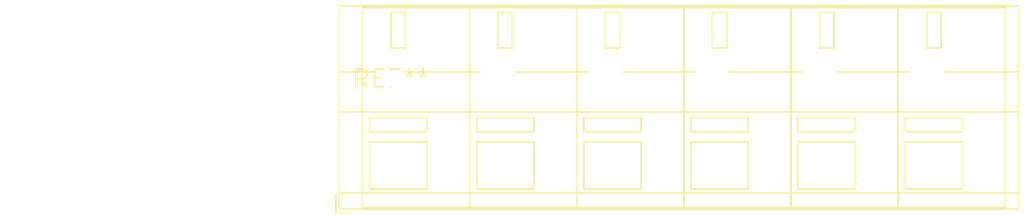
<source format=kicad_pcb>
(kicad_pcb (version 20240108) (generator pcbnew)
  (layers (0 "F.Cu" signal) (31 "B.Cu" signal) (34 "B.Paste" user) (35 "F.Paste" user) (36 "B.SilkS" user "B.Silkscreen") (37 "F.SilkS" user "F.Silkscreen") (38 "B.Mask" user) (39 "F.Mask" user) (44 "Edge.Cuts" user))
  (net 0 "")
  (footprint "TerminalBlock_WAGO_236-206_1x06_P7.50mm_45Degree" (layer "F.Cu") (at 0 0)
    (property "Reference" "REF**")
    (property "Value" "TerminalBlock_WAGO_236-206_1x06_P7.50mm_45Degree")
    (fp_line (start -3.86 8.12) (end -3.86 9.36) (layer "F.SilkS") (stroke (width 0.12)))
    (fp_line (start -3.86 9.36) (end -2.86 9.36) (layer "F.SilkS") (stroke (width 0.12)))
    (fp_line (start -3.62 -5.12) (end -3.62 9.12) (layer "F.SilkS") (stroke (width 0.12)))
    (fp_line (start -3.62 -5.12) (end 43.92 -5.12) (layer "F.SilkS") (stroke (width 0.12)))
    (fp_line (start -3.62 -0.5) (end -1.23 -0.5) (layer "F.SilkS") (stroke (width 0.12)))
    (fp_line (start -3.62 2.3) (end 43.92 2.3) (layer "F.SilkS") (stroke (width 0.12)))
    (fp_line (start -3.62 8) (end 43.92 8) (layer "F.SilkS") (stroke (width 0.12)))
    (fp_line (start -3.62 9.12) (end 43.92 9.12) (layer "F.SilkS") (stroke (width 0.12)))
    (fp_line (start -2 -5) (end -2 9) (layer "F.SilkS") (stroke (width 0.12)))
    (fp_line (start -2 -5) (end 5.5 -5) (layer "F.SilkS") (stroke (width 0.12)))
    (fp_line (start -2 9) (end 5.5 9) (layer "F.SilkS") (stroke (width 0.12)))
    (fp_line (start -1.5 2.7) (end -1.5 3.7) (layer "F.SilkS") (stroke (width 0.12)))
    (fp_line (start -1.5 2.7) (end 2.5 2.7) (layer "F.SilkS") (stroke (width 0.12)))
    (fp_line (start -1.5 3.7) (end 2.5 3.7) (layer "F.SilkS") (stroke (width 0.12)))
    (fp_line (start -1.5 4.4) (end -1.5 7.7) (layer "F.SilkS") (stroke (width 0.12)))
    (fp_line (start -1.5 4.4) (end 2.5 4.4) (layer "F.SilkS") (stroke (width 0.12)))
    (fp_line (start -1.5 7.7) (end 2.5 7.7) (layer "F.SilkS") (stroke (width 0.12)))
    (fp_line (start 0 -4.65) (end 0 -2.151) (layer "F.SilkS") (stroke (width 0.12)))
    (fp_line (start 0 -4.65) (end 1 -4.65) (layer "F.SilkS") (stroke (width 0.12)))
    (fp_line (start 0 -2.151) (end 1 -2.151) (layer "F.SilkS") (stroke (width 0.12)))
    (fp_line (start 1 -4.65) (end 1 -2.151) (layer "F.SilkS") (stroke (width 0.12)))
    (fp_line (start 1.23 -0.5) (end 6.27 -0.5) (layer "F.SilkS") (stroke (width 0.12)))
    (fp_line (start 2.5 2.7) (end 2.5 3.7) (layer "F.SilkS") (stroke (width 0.12)))
    (fp_line (start 2.5 4.4) (end 2.5 7.7) (layer "F.SilkS") (stroke (width 0.12)))
    (fp_line (start 5.5 -5) (end 5.5 9) (layer "F.SilkS") (stroke (width 0.12)))
    (fp_line (start 5.5 -5) (end 5.5 9) (layer "F.SilkS") (stroke (width 0.12)))
    (fp_line (start 5.5 -5) (end 13 -5) (layer "F.SilkS") (stroke (width 0.12)))
    (fp_line (start 5.5 9) (end 13 9) (layer "F.SilkS") (stroke (width 0.12)))
    (fp_line (start 6 2.7) (end 6 3.7) (layer "F.SilkS") (stroke (width 0.12)))
    (fp_line (start 6 2.7) (end 10 2.7) (layer "F.SilkS") (stroke (width 0.12)))
    (fp_line (start 6 3.7) (end 10 3.7) (layer "F.SilkS") (stroke (width 0.12)))
    (fp_line (start 6 4.4) (end 6 7.7) (layer "F.SilkS") (stroke (width 0.12)))
    (fp_line (start 6 4.4) (end 10 4.4) (layer "F.SilkS") (stroke (width 0.12)))
    (fp_line (start 6 7.7) (end 10 7.7) (layer "F.SilkS") (stroke (width 0.12)))
    (fp_line (start 7.5 -4.65) (end 7.5 -2.151) (layer "F.SilkS") (stroke (width 0.12)))
    (fp_line (start 7.5 -4.65) (end 8.5 -4.65) (layer "F.SilkS") (stroke (width 0.12)))
    (fp_line (start 7.5 -2.151) (end 8.5 -2.151) (layer "F.SilkS") (stroke (width 0.12)))
    (fp_line (start 8.5 -4.65) (end 8.5 -2.151) (layer "F.SilkS") (stroke (width 0.12)))
    (fp_line (start 8.73 -0.5) (end 13.77 -0.5) (layer "F.SilkS") (stroke (width 0.12)))
    (fp_line (start 10 2.7) (end 10 3.7) (layer "F.SilkS") (stroke (width 0.12)))
    (fp_line (start 10 4.4) (end 10 7.7) (layer "F.SilkS") (stroke (width 0.12)))
    (fp_line (start 13 -5) (end 13 9) (layer "F.SilkS") (stroke (width 0.12)))
    (fp_line (start 13 -5) (end 13 9) (layer "F.SilkS") (stroke (width 0.12)))
    (fp_line (start 13 -5) (end 20.5 -5) (layer "F.SilkS") (stroke (width 0.12)))
    (fp_line (start 13 9) (end 20.5 9) (layer "F.SilkS") (stroke (width 0.12)))
    (fp_line (start 13.5 2.7) (end 13.5 3.7) (layer "F.SilkS") (stroke (width 0.12)))
    (fp_line (start 13.5 2.7) (end 17.5 2.7) (layer "F.SilkS") (stroke (width 0.12)))
    (fp_line (start 13.5 3.7) (end 17.5 3.7) (layer "F.SilkS") (stroke (width 0.12)))
    (fp_line (start 13.5 4.4) (end 13.5 7.7) (layer "F.SilkS") (stroke (width 0.12)))
    (fp_line (start 13.5 4.4) (end 17.5 4.4) (layer "F.SilkS") (stroke (width 0.12)))
    (fp_line (start 13.5 7.7) (end 17.5 7.7) (layer "F.SilkS") (stroke (width 0.12)))
    (fp_line (start 15 -4.65) (end 15 -2.151) (layer "F.SilkS") (stroke (width 0.12)))
    (fp_line (start 15 -4.65) (end 16 -4.65) (layer "F.SilkS") (stroke (width 0.12)))
    (fp_line (start 15 -2.151) (end 16 -2.151) (layer "F.SilkS") (stroke (width 0.12)))
    (fp_line (start 16 -4.65) (end 16 -2.151) (layer "F.SilkS") (stroke (width 0.12)))
    (fp_line (start 16.23 -0.5) (end 21.27 -0.5) (layer "F.SilkS") (stroke (width 0.12)))
    (fp_line (start 17.5 2.7) (end 17.5 3.7) (layer "F.SilkS") (stroke (width 0.12)))
    (fp_line (start 17.5 4.4) (end 17.5 7.7) (layer "F.SilkS") (stroke (width 0.12)))
    (fp_line (start 20.5 -5) (end 20.5 9) (layer "F.SilkS") (stroke (width 0.12)))
    (fp_line (start 20.5 -5) (end 20.5 9) (layer "F.SilkS") (stroke (width 0.12)))
    (fp_line (start 20.5 -5) (end 28 -5) (layer "F.SilkS") (stroke (width 0.12)))
    (fp_line (start 20.5 9) (end 28 9) (layer "F.SilkS") (stroke (width 0.12)))
    (fp_line (start 21 2.7) (end 21 3.7) (layer "F.SilkS") (stroke (width 0.12)))
    (fp_line (start 21 2.7) (end 25 2.7) (layer "F.SilkS") (stroke (width 0.12)))
    (fp_line (start 21 3.7) (end 25 3.7) (layer "F.SilkS") (stroke (width 0.12)))
    (fp_line (start 21 4.4) (end 21 7.7) (layer "F.SilkS") (stroke (width 0.12)))
    (fp_line (start 21 4.4) (end 25 4.4) (layer "F.SilkS") (stroke (width 0.12)))
    (fp_line (start 21 7.7) (end 25 7.7) (layer "F.SilkS") (stroke (width 0.12)))
    (fp_line (start 22.5 -4.65) (end 22.5 -2.151) (layer "F.SilkS") (stroke (width 0.12)))
    (fp_line (start 22.5 -4.65) (end 23.5 -4.65) (layer "F.SilkS") (stroke (width 0.12)))
    (fp_line (start 22.5 -2.151) (end 23.5 -2.151) (layer "F.SilkS") (stroke (width 0.12)))
    (fp_line (start 23.5 -4.65) (end 23.5 -2.151) (layer "F.SilkS") (stroke (width 0.12)))
    (fp_line (start 23.73 -0.5) (end 28.77 -0.5) (layer "F.SilkS") (stroke (width 0.12)))
    (fp_line (start 25 2.7) (end 25 3.7) (layer "F.SilkS") (stroke (width 0.12)))
    (fp_line (start 25 4.4) (end 25 7.7) (layer "F.SilkS") (stroke (width 0.12)))
    (fp_line (start 28 -5) (end 28 9) (layer "F.SilkS") (stroke (width 0.12)))
    (fp_line (start 28 -5) (end 28 9) (layer "F.SilkS") (stroke (width 0.12)))
    (fp_line (start 28 -5) (end 35.5 -5) (layer "F.SilkS") (stroke (width 0.12)))
    (fp_line (start 28 9) (end 35.5 9) (layer "F.SilkS") (stroke (width 0.12)))
    (fp_line (start 28.5 2.7) (end 28.5 3.7) (layer "F.SilkS") (stroke (width 0.12)))
    (fp_line (start 28.5 2.7) (end 32.5 2.7) (layer "F.SilkS") (stroke (width 0.12)))
    (fp_line (start 28.5 3.7) (end 32.5 3.7) (layer "F.SilkS") (stroke (width 0.12)))
    (fp_line (start 28.5 4.4) (end 28.5 7.7) (layer "F.SilkS") (stroke (width 0.12)))
    (fp_line (start 28.5 4.4) (end 32.5 4.4) (layer "F.SilkS") (stroke (width 0.12)))
    (fp_line (start 28.5 7.7) (end 32.5 7.7) (layer "F.SilkS") (stroke (width 0.12)))
    (fp_line (start 30 -4.65) (end 30 -2.151) (layer "F.SilkS") (stroke (width 0.12)))
    (fp_line (start 30 -4.65) (end 31 -4.65) (layer "F.SilkS") (stroke (width 0.12)))
    (fp_line (start 30 -2.151) (end 31 -2.151) (layer "F.SilkS") (stroke (width 0.12)))
    (fp_line (start 31 -4.65) (end 31 -2.151) (layer "F.SilkS") (stroke (width 0.12)))
    (fp_line (start 31.23 -0.5) (end 36.27 -0.5) (layer "F.SilkS") (stroke (width 0.12)))
    (fp_line (start 32.5 2.7) (end 32.5 3.7) (layer "F.SilkS") (stroke (width 0.12)))
    (fp_line (start 32.5 4.4) (end 32.5 7.7) (layer "F.SilkS") (stroke (width 0.12)))
    (fp_line (start 35.5 -5) (end 35.5 9) (layer "F.SilkS") (stroke (width 0.12)))
    (fp_line (start 35.5 -5) (end 35.5 9) (layer "F.SilkS") (stroke (width 0.12)))
    (fp_line (start 35.5 -5) (end 43 -5) (layer "F.SilkS") (stroke (width 0.12)))
    (fp_line (start 35.5 9) (end 43 9) (layer "F.SilkS") (stroke (width 0.12)))
    (fp_line (start 36 2.7) (end 36 3.7) (layer "F.SilkS") (stroke (width 0.12)))
    (fp_line (start 36 2.7) (end 40 2.7) (layer "F.SilkS") (stroke (width 0.12)))
    (fp_line (start 36 3.7) (end 40 3.7) (layer "F.SilkS") (stroke (width 0.12)))
    (fp_line (start 36 4.4) (end 36 7.7) (layer "F.SilkS") (stroke (width 0.12)))
    (fp_line (start 36 4.4) (end 40 4.4) (layer "F.SilkS") (stroke (width 0.12)))
    (fp_line (start 36 7.7) (end 40 7.7) (layer "F.SilkS") (stroke (width 0.12)))
    (fp_line (start 37.5 -4.65) (end 37.5 -2.151) (layer "F.SilkS") (stroke (width 0.12)))
    (fp_line (start 37.5 -4.65) (end 38.5 -4.65) (layer "F.SilkS") (stroke (width 0.12)))
    (fp_line (start 37.5 -2.151) (end 38.5 -2.151) (layer "F.SilkS") (stroke (width 0.12)))
    (fp_line (start 38.5 -4.65) (end 38.5 -2.151) (layer "F.SilkS") (stroke (width 0.12)))
    (fp_line (start 38.73 -0.5) (end 43.92 -0.5) (layer "F.SilkS") (stroke (width 0.12)))
    (fp_line (start 40 2.7) (end 40 3.7) (layer "F.SilkS") (stroke (width 0.12)))
    (fp_line (start 40 4.4) (end 40 7.7) (layer "F.SilkS") (stroke (width 0.12)))
    (fp_line (start 43 -5) (end 43 9) (layer "F.SilkS") (stroke (width 0.12)))
    (fp_line (start 43.92 -5.12) (end 43.92 9.12) (layer "F.SilkS") (stroke (width 0.12)))
    (pad "1" thru_hole rect (at 0 0) (size 1.5 3) (drill 1.15) (layers *.Cu *.Mask) (remove_unused_layers))
    (pad "2" thru_hole oval (at 7.5 0) (size 1.5 3) (drill 1.15) (layers *.Cu *.Mask) (remove_unused_layers))
    (pad "3" thru_hole oval (at 15 0) (size 1.5 3) (drill 1.15) (layers *.Cu *.Mask) (remove_unused_layers))
    (pad "4" thru_hole oval (at 22.5 0) (size 1.5 3) (drill 1.15) (layers *.Cu *.Mask) (remove_unused_layers))
    (pad "5" thru_hole oval (at 30 0) (size 1.5 3) (drill 1.15) (layers *.Cu *.Mask) (remove_unused_layers))
    (pad "6" thru_hole oval (at 37.5 0) (size 1.5 3) (drill 1.15) (layers *.Cu *.Mask) (remove_unused_layers))
  )
)
</source>
